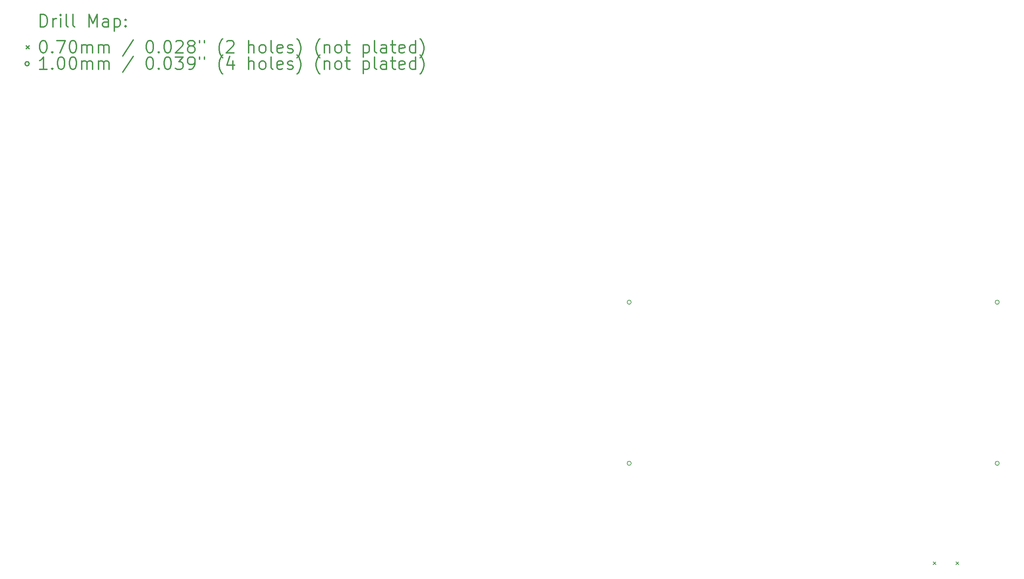
<source format=gbr>
%FSLAX45Y45*%
G04 Gerber Fmt 4.5, Leading zero omitted, Abs format (unit mm)*
G04 Created by KiCad (PCBNEW 4.0.6) date 12/21/17 12:56:19*
%MOMM*%
%LPD*%
G01*
G04 APERTURE LIST*
%ADD10C,0.127000*%
%ADD11C,0.200000*%
%ADD12C,0.300000*%
G04 APERTURE END LIST*
D10*
D11*
X21823560Y-13398020D02*
X21893560Y-13468020D01*
X21893560Y-13398020D02*
X21823560Y-13468020D01*
X22373560Y-13398020D02*
X22443560Y-13468020D01*
X22443560Y-13398020D02*
X22373560Y-13468020D01*
X14536500Y-7120800D02*
G75*
G03X14536500Y-7120800I-50000J0D01*
G01*
X14536500Y-11014800D02*
G75*
G03X14536500Y-11014800I-50000J0D01*
G01*
X23422200Y-7120800D02*
G75*
G03X23422200Y-7120800I-50000J0D01*
G01*
X23422200Y-11014800D02*
G75*
G03X23422200Y-11014800I-50000J0D01*
G01*
D12*
X271429Y-465714D02*
X271429Y-165714D01*
X342857Y-165714D01*
X385714Y-180000D01*
X414286Y-208571D01*
X428571Y-237143D01*
X442857Y-294286D01*
X442857Y-337143D01*
X428571Y-394286D01*
X414286Y-422857D01*
X385714Y-451429D01*
X342857Y-465714D01*
X271429Y-465714D01*
X571429Y-465714D02*
X571429Y-265714D01*
X571429Y-322857D02*
X585714Y-294286D01*
X600000Y-280000D01*
X628571Y-265714D01*
X657143Y-265714D01*
X757143Y-465714D02*
X757143Y-265714D01*
X757143Y-165714D02*
X742857Y-180000D01*
X757143Y-194286D01*
X771429Y-180000D01*
X757143Y-165714D01*
X757143Y-194286D01*
X942857Y-465714D02*
X914286Y-451429D01*
X900000Y-422857D01*
X900000Y-165714D01*
X1100000Y-465714D02*
X1071429Y-451429D01*
X1057143Y-422857D01*
X1057143Y-165714D01*
X1442857Y-465714D02*
X1442857Y-165714D01*
X1542857Y-380000D01*
X1642857Y-165714D01*
X1642857Y-465714D01*
X1914286Y-465714D02*
X1914286Y-308571D01*
X1900000Y-280000D01*
X1871429Y-265714D01*
X1814286Y-265714D01*
X1785714Y-280000D01*
X1914286Y-451429D02*
X1885714Y-465714D01*
X1814286Y-465714D01*
X1785714Y-451429D01*
X1771429Y-422857D01*
X1771429Y-394286D01*
X1785714Y-365714D01*
X1814286Y-351429D01*
X1885714Y-351429D01*
X1914286Y-337143D01*
X2057143Y-265714D02*
X2057143Y-565714D01*
X2057143Y-280000D02*
X2085714Y-265714D01*
X2142857Y-265714D01*
X2171429Y-280000D01*
X2185714Y-294286D01*
X2200000Y-322857D01*
X2200000Y-408571D01*
X2185714Y-437143D01*
X2171429Y-451429D01*
X2142857Y-465714D01*
X2085714Y-465714D01*
X2057143Y-451429D01*
X2328572Y-437143D02*
X2342857Y-451429D01*
X2328572Y-465714D01*
X2314286Y-451429D01*
X2328572Y-437143D01*
X2328572Y-465714D01*
X2328572Y-280000D02*
X2342857Y-294286D01*
X2328572Y-308571D01*
X2314286Y-294286D01*
X2328572Y-280000D01*
X2328572Y-308571D01*
X-70000Y-925000D02*
X0Y-995000D01*
X0Y-925000D02*
X-70000Y-995000D01*
X328571Y-795714D02*
X357143Y-795714D01*
X385714Y-810000D01*
X400000Y-824286D01*
X414286Y-852857D01*
X428571Y-910000D01*
X428571Y-981429D01*
X414286Y-1038571D01*
X400000Y-1067143D01*
X385714Y-1081429D01*
X357143Y-1095714D01*
X328571Y-1095714D01*
X300000Y-1081429D01*
X285714Y-1067143D01*
X271429Y-1038571D01*
X257143Y-981429D01*
X257143Y-910000D01*
X271429Y-852857D01*
X285714Y-824286D01*
X300000Y-810000D01*
X328571Y-795714D01*
X557143Y-1067143D02*
X571429Y-1081429D01*
X557143Y-1095714D01*
X542857Y-1081429D01*
X557143Y-1067143D01*
X557143Y-1095714D01*
X671429Y-795714D02*
X871428Y-795714D01*
X742857Y-1095714D01*
X1042857Y-795714D02*
X1071429Y-795714D01*
X1100000Y-810000D01*
X1114286Y-824286D01*
X1128571Y-852857D01*
X1142857Y-910000D01*
X1142857Y-981429D01*
X1128571Y-1038571D01*
X1114286Y-1067143D01*
X1100000Y-1081429D01*
X1071429Y-1095714D01*
X1042857Y-1095714D01*
X1014286Y-1081429D01*
X1000000Y-1067143D01*
X985714Y-1038571D01*
X971429Y-981429D01*
X971429Y-910000D01*
X985714Y-852857D01*
X1000000Y-824286D01*
X1014286Y-810000D01*
X1042857Y-795714D01*
X1271429Y-1095714D02*
X1271429Y-895714D01*
X1271429Y-924286D02*
X1285714Y-910000D01*
X1314286Y-895714D01*
X1357143Y-895714D01*
X1385714Y-910000D01*
X1400000Y-938571D01*
X1400000Y-1095714D01*
X1400000Y-938571D02*
X1414286Y-910000D01*
X1442857Y-895714D01*
X1485714Y-895714D01*
X1514286Y-910000D01*
X1528571Y-938571D01*
X1528571Y-1095714D01*
X1671429Y-1095714D02*
X1671429Y-895714D01*
X1671429Y-924286D02*
X1685714Y-910000D01*
X1714286Y-895714D01*
X1757143Y-895714D01*
X1785714Y-910000D01*
X1800000Y-938571D01*
X1800000Y-1095714D01*
X1800000Y-938571D02*
X1814286Y-910000D01*
X1842857Y-895714D01*
X1885714Y-895714D01*
X1914286Y-910000D01*
X1928571Y-938571D01*
X1928571Y-1095714D01*
X2514286Y-781429D02*
X2257143Y-1167143D01*
X2900000Y-795714D02*
X2928571Y-795714D01*
X2957143Y-810000D01*
X2971428Y-824286D01*
X2985714Y-852857D01*
X3000000Y-910000D01*
X3000000Y-981429D01*
X2985714Y-1038571D01*
X2971428Y-1067143D01*
X2957143Y-1081429D01*
X2928571Y-1095714D01*
X2900000Y-1095714D01*
X2871428Y-1081429D01*
X2857143Y-1067143D01*
X2842857Y-1038571D01*
X2828571Y-981429D01*
X2828571Y-910000D01*
X2842857Y-852857D01*
X2857143Y-824286D01*
X2871428Y-810000D01*
X2900000Y-795714D01*
X3128571Y-1067143D02*
X3142857Y-1081429D01*
X3128571Y-1095714D01*
X3114286Y-1081429D01*
X3128571Y-1067143D01*
X3128571Y-1095714D01*
X3328571Y-795714D02*
X3357143Y-795714D01*
X3385714Y-810000D01*
X3400000Y-824286D01*
X3414286Y-852857D01*
X3428571Y-910000D01*
X3428571Y-981429D01*
X3414286Y-1038571D01*
X3400000Y-1067143D01*
X3385714Y-1081429D01*
X3357143Y-1095714D01*
X3328571Y-1095714D01*
X3300000Y-1081429D01*
X3285714Y-1067143D01*
X3271428Y-1038571D01*
X3257143Y-981429D01*
X3257143Y-910000D01*
X3271428Y-852857D01*
X3285714Y-824286D01*
X3300000Y-810000D01*
X3328571Y-795714D01*
X3542857Y-824286D02*
X3557143Y-810000D01*
X3585714Y-795714D01*
X3657143Y-795714D01*
X3685714Y-810000D01*
X3700000Y-824286D01*
X3714286Y-852857D01*
X3714286Y-881429D01*
X3700000Y-924286D01*
X3528571Y-1095714D01*
X3714286Y-1095714D01*
X3885714Y-924286D02*
X3857143Y-910000D01*
X3842857Y-895714D01*
X3828571Y-867143D01*
X3828571Y-852857D01*
X3842857Y-824286D01*
X3857143Y-810000D01*
X3885714Y-795714D01*
X3942857Y-795714D01*
X3971428Y-810000D01*
X3985714Y-824286D01*
X4000000Y-852857D01*
X4000000Y-867143D01*
X3985714Y-895714D01*
X3971428Y-910000D01*
X3942857Y-924286D01*
X3885714Y-924286D01*
X3857143Y-938571D01*
X3842857Y-952857D01*
X3828571Y-981429D01*
X3828571Y-1038571D01*
X3842857Y-1067143D01*
X3857143Y-1081429D01*
X3885714Y-1095714D01*
X3942857Y-1095714D01*
X3971428Y-1081429D01*
X3985714Y-1067143D01*
X4000000Y-1038571D01*
X4000000Y-981429D01*
X3985714Y-952857D01*
X3971428Y-938571D01*
X3942857Y-924286D01*
X4114286Y-795714D02*
X4114286Y-852857D01*
X4228571Y-795714D02*
X4228571Y-852857D01*
X4671429Y-1210000D02*
X4657143Y-1195714D01*
X4628571Y-1152857D01*
X4614286Y-1124286D01*
X4600000Y-1081429D01*
X4585714Y-1010000D01*
X4585714Y-952857D01*
X4600000Y-881429D01*
X4614286Y-838571D01*
X4628571Y-810000D01*
X4657143Y-767143D01*
X4671429Y-752857D01*
X4771429Y-824286D02*
X4785714Y-810000D01*
X4814286Y-795714D01*
X4885714Y-795714D01*
X4914286Y-810000D01*
X4928571Y-824286D01*
X4942857Y-852857D01*
X4942857Y-881429D01*
X4928571Y-924286D01*
X4757143Y-1095714D01*
X4942857Y-1095714D01*
X5300000Y-1095714D02*
X5300000Y-795714D01*
X5428571Y-1095714D02*
X5428571Y-938571D01*
X5414286Y-910000D01*
X5385714Y-895714D01*
X5342857Y-895714D01*
X5314286Y-910000D01*
X5300000Y-924286D01*
X5614286Y-1095714D02*
X5585714Y-1081429D01*
X5571429Y-1067143D01*
X5557143Y-1038571D01*
X5557143Y-952857D01*
X5571429Y-924286D01*
X5585714Y-910000D01*
X5614286Y-895714D01*
X5657143Y-895714D01*
X5685714Y-910000D01*
X5700000Y-924286D01*
X5714286Y-952857D01*
X5714286Y-1038571D01*
X5700000Y-1067143D01*
X5685714Y-1081429D01*
X5657143Y-1095714D01*
X5614286Y-1095714D01*
X5885714Y-1095714D02*
X5857143Y-1081429D01*
X5842857Y-1052857D01*
X5842857Y-795714D01*
X6114286Y-1081429D02*
X6085714Y-1095714D01*
X6028571Y-1095714D01*
X6000000Y-1081429D01*
X5985714Y-1052857D01*
X5985714Y-938571D01*
X6000000Y-910000D01*
X6028571Y-895714D01*
X6085714Y-895714D01*
X6114286Y-910000D01*
X6128571Y-938571D01*
X6128571Y-967143D01*
X5985714Y-995714D01*
X6242857Y-1081429D02*
X6271429Y-1095714D01*
X6328571Y-1095714D01*
X6357143Y-1081429D01*
X6371429Y-1052857D01*
X6371429Y-1038571D01*
X6357143Y-1010000D01*
X6328571Y-995714D01*
X6285714Y-995714D01*
X6257143Y-981429D01*
X6242857Y-952857D01*
X6242857Y-938571D01*
X6257143Y-910000D01*
X6285714Y-895714D01*
X6328571Y-895714D01*
X6357143Y-910000D01*
X6471428Y-1210000D02*
X6485714Y-1195714D01*
X6514286Y-1152857D01*
X6528571Y-1124286D01*
X6542857Y-1081429D01*
X6557143Y-1010000D01*
X6557143Y-952857D01*
X6542857Y-881429D01*
X6528571Y-838571D01*
X6514286Y-810000D01*
X6485714Y-767143D01*
X6471428Y-752857D01*
X7014286Y-1210000D02*
X7000000Y-1195714D01*
X6971428Y-1152857D01*
X6957143Y-1124286D01*
X6942857Y-1081429D01*
X6928571Y-1010000D01*
X6928571Y-952857D01*
X6942857Y-881429D01*
X6957143Y-838571D01*
X6971428Y-810000D01*
X7000000Y-767143D01*
X7014286Y-752857D01*
X7128571Y-895714D02*
X7128571Y-1095714D01*
X7128571Y-924286D02*
X7142857Y-910000D01*
X7171428Y-895714D01*
X7214286Y-895714D01*
X7242857Y-910000D01*
X7257143Y-938571D01*
X7257143Y-1095714D01*
X7442857Y-1095714D02*
X7414286Y-1081429D01*
X7400000Y-1067143D01*
X7385714Y-1038571D01*
X7385714Y-952857D01*
X7400000Y-924286D01*
X7414286Y-910000D01*
X7442857Y-895714D01*
X7485714Y-895714D01*
X7514286Y-910000D01*
X7528571Y-924286D01*
X7542857Y-952857D01*
X7542857Y-1038571D01*
X7528571Y-1067143D01*
X7514286Y-1081429D01*
X7485714Y-1095714D01*
X7442857Y-1095714D01*
X7628571Y-895714D02*
X7742857Y-895714D01*
X7671429Y-795714D02*
X7671429Y-1052857D01*
X7685714Y-1081429D01*
X7714286Y-1095714D01*
X7742857Y-1095714D01*
X8071429Y-895714D02*
X8071429Y-1195714D01*
X8071429Y-910000D02*
X8100000Y-895714D01*
X8157143Y-895714D01*
X8185714Y-910000D01*
X8200000Y-924286D01*
X8214286Y-952857D01*
X8214286Y-1038571D01*
X8200000Y-1067143D01*
X8185714Y-1081429D01*
X8157143Y-1095714D01*
X8100000Y-1095714D01*
X8071429Y-1081429D01*
X8385714Y-1095714D02*
X8357143Y-1081429D01*
X8342857Y-1052857D01*
X8342857Y-795714D01*
X8628572Y-1095714D02*
X8628572Y-938571D01*
X8614286Y-910000D01*
X8585714Y-895714D01*
X8528572Y-895714D01*
X8500000Y-910000D01*
X8628572Y-1081429D02*
X8600000Y-1095714D01*
X8528572Y-1095714D01*
X8500000Y-1081429D01*
X8485714Y-1052857D01*
X8485714Y-1024286D01*
X8500000Y-995714D01*
X8528572Y-981429D01*
X8600000Y-981429D01*
X8628572Y-967143D01*
X8728572Y-895714D02*
X8842857Y-895714D01*
X8771429Y-795714D02*
X8771429Y-1052857D01*
X8785714Y-1081429D01*
X8814286Y-1095714D01*
X8842857Y-1095714D01*
X9057143Y-1081429D02*
X9028572Y-1095714D01*
X8971429Y-1095714D01*
X8942857Y-1081429D01*
X8928572Y-1052857D01*
X8928572Y-938571D01*
X8942857Y-910000D01*
X8971429Y-895714D01*
X9028572Y-895714D01*
X9057143Y-910000D01*
X9071429Y-938571D01*
X9071429Y-967143D01*
X8928572Y-995714D01*
X9328572Y-1095714D02*
X9328572Y-795714D01*
X9328572Y-1081429D02*
X9300000Y-1095714D01*
X9242857Y-1095714D01*
X9214286Y-1081429D01*
X9200000Y-1067143D01*
X9185715Y-1038571D01*
X9185715Y-952857D01*
X9200000Y-924286D01*
X9214286Y-910000D01*
X9242857Y-895714D01*
X9300000Y-895714D01*
X9328572Y-910000D01*
X9442857Y-1210000D02*
X9457143Y-1195714D01*
X9485715Y-1152857D01*
X9500000Y-1124286D01*
X9514286Y-1081429D01*
X9528572Y-1010000D01*
X9528572Y-952857D01*
X9514286Y-881429D01*
X9500000Y-838571D01*
X9485715Y-810000D01*
X9457143Y-767143D01*
X9442857Y-752857D01*
X0Y-1356000D02*
G75*
G03X0Y-1356000I-50000J0D01*
G01*
X428571Y-1491714D02*
X257143Y-1491714D01*
X342857Y-1491714D02*
X342857Y-1191714D01*
X314286Y-1234571D01*
X285714Y-1263143D01*
X257143Y-1277429D01*
X557143Y-1463143D02*
X571429Y-1477429D01*
X557143Y-1491714D01*
X542857Y-1477429D01*
X557143Y-1463143D01*
X557143Y-1491714D01*
X757143Y-1191714D02*
X785714Y-1191714D01*
X814286Y-1206000D01*
X828571Y-1220286D01*
X842857Y-1248857D01*
X857143Y-1306000D01*
X857143Y-1377429D01*
X842857Y-1434571D01*
X828571Y-1463143D01*
X814286Y-1477429D01*
X785714Y-1491714D01*
X757143Y-1491714D01*
X728571Y-1477429D01*
X714286Y-1463143D01*
X700000Y-1434571D01*
X685714Y-1377429D01*
X685714Y-1306000D01*
X700000Y-1248857D01*
X714286Y-1220286D01*
X728571Y-1206000D01*
X757143Y-1191714D01*
X1042857Y-1191714D02*
X1071429Y-1191714D01*
X1100000Y-1206000D01*
X1114286Y-1220286D01*
X1128571Y-1248857D01*
X1142857Y-1306000D01*
X1142857Y-1377429D01*
X1128571Y-1434571D01*
X1114286Y-1463143D01*
X1100000Y-1477429D01*
X1071429Y-1491714D01*
X1042857Y-1491714D01*
X1014286Y-1477429D01*
X1000000Y-1463143D01*
X985714Y-1434571D01*
X971429Y-1377429D01*
X971429Y-1306000D01*
X985714Y-1248857D01*
X1000000Y-1220286D01*
X1014286Y-1206000D01*
X1042857Y-1191714D01*
X1271429Y-1491714D02*
X1271429Y-1291714D01*
X1271429Y-1320286D02*
X1285714Y-1306000D01*
X1314286Y-1291714D01*
X1357143Y-1291714D01*
X1385714Y-1306000D01*
X1400000Y-1334571D01*
X1400000Y-1491714D01*
X1400000Y-1334571D02*
X1414286Y-1306000D01*
X1442857Y-1291714D01*
X1485714Y-1291714D01*
X1514286Y-1306000D01*
X1528571Y-1334571D01*
X1528571Y-1491714D01*
X1671429Y-1491714D02*
X1671429Y-1291714D01*
X1671429Y-1320286D02*
X1685714Y-1306000D01*
X1714286Y-1291714D01*
X1757143Y-1291714D01*
X1785714Y-1306000D01*
X1800000Y-1334571D01*
X1800000Y-1491714D01*
X1800000Y-1334571D02*
X1814286Y-1306000D01*
X1842857Y-1291714D01*
X1885714Y-1291714D01*
X1914286Y-1306000D01*
X1928571Y-1334571D01*
X1928571Y-1491714D01*
X2514286Y-1177429D02*
X2257143Y-1563143D01*
X2900000Y-1191714D02*
X2928571Y-1191714D01*
X2957143Y-1206000D01*
X2971428Y-1220286D01*
X2985714Y-1248857D01*
X3000000Y-1306000D01*
X3000000Y-1377429D01*
X2985714Y-1434571D01*
X2971428Y-1463143D01*
X2957143Y-1477429D01*
X2928571Y-1491714D01*
X2900000Y-1491714D01*
X2871428Y-1477429D01*
X2857143Y-1463143D01*
X2842857Y-1434571D01*
X2828571Y-1377429D01*
X2828571Y-1306000D01*
X2842857Y-1248857D01*
X2857143Y-1220286D01*
X2871428Y-1206000D01*
X2900000Y-1191714D01*
X3128571Y-1463143D02*
X3142857Y-1477429D01*
X3128571Y-1491714D01*
X3114286Y-1477429D01*
X3128571Y-1463143D01*
X3128571Y-1491714D01*
X3328571Y-1191714D02*
X3357143Y-1191714D01*
X3385714Y-1206000D01*
X3400000Y-1220286D01*
X3414286Y-1248857D01*
X3428571Y-1306000D01*
X3428571Y-1377429D01*
X3414286Y-1434571D01*
X3400000Y-1463143D01*
X3385714Y-1477429D01*
X3357143Y-1491714D01*
X3328571Y-1491714D01*
X3300000Y-1477429D01*
X3285714Y-1463143D01*
X3271428Y-1434571D01*
X3257143Y-1377429D01*
X3257143Y-1306000D01*
X3271428Y-1248857D01*
X3285714Y-1220286D01*
X3300000Y-1206000D01*
X3328571Y-1191714D01*
X3528571Y-1191714D02*
X3714286Y-1191714D01*
X3614286Y-1306000D01*
X3657143Y-1306000D01*
X3685714Y-1320286D01*
X3700000Y-1334571D01*
X3714286Y-1363143D01*
X3714286Y-1434571D01*
X3700000Y-1463143D01*
X3685714Y-1477429D01*
X3657143Y-1491714D01*
X3571428Y-1491714D01*
X3542857Y-1477429D01*
X3528571Y-1463143D01*
X3857143Y-1491714D02*
X3914286Y-1491714D01*
X3942857Y-1477429D01*
X3957143Y-1463143D01*
X3985714Y-1420286D01*
X4000000Y-1363143D01*
X4000000Y-1248857D01*
X3985714Y-1220286D01*
X3971428Y-1206000D01*
X3942857Y-1191714D01*
X3885714Y-1191714D01*
X3857143Y-1206000D01*
X3842857Y-1220286D01*
X3828571Y-1248857D01*
X3828571Y-1320286D01*
X3842857Y-1348857D01*
X3857143Y-1363143D01*
X3885714Y-1377429D01*
X3942857Y-1377429D01*
X3971428Y-1363143D01*
X3985714Y-1348857D01*
X4000000Y-1320286D01*
X4114286Y-1191714D02*
X4114286Y-1248857D01*
X4228571Y-1191714D02*
X4228571Y-1248857D01*
X4671429Y-1606000D02*
X4657143Y-1591714D01*
X4628571Y-1548857D01*
X4614286Y-1520286D01*
X4600000Y-1477429D01*
X4585714Y-1406000D01*
X4585714Y-1348857D01*
X4600000Y-1277429D01*
X4614286Y-1234571D01*
X4628571Y-1206000D01*
X4657143Y-1163143D01*
X4671429Y-1148857D01*
X4914286Y-1291714D02*
X4914286Y-1491714D01*
X4842857Y-1177429D02*
X4771429Y-1391714D01*
X4957143Y-1391714D01*
X5300000Y-1491714D02*
X5300000Y-1191714D01*
X5428571Y-1491714D02*
X5428571Y-1334571D01*
X5414286Y-1306000D01*
X5385714Y-1291714D01*
X5342857Y-1291714D01*
X5314286Y-1306000D01*
X5300000Y-1320286D01*
X5614286Y-1491714D02*
X5585714Y-1477429D01*
X5571429Y-1463143D01*
X5557143Y-1434571D01*
X5557143Y-1348857D01*
X5571429Y-1320286D01*
X5585714Y-1306000D01*
X5614286Y-1291714D01*
X5657143Y-1291714D01*
X5685714Y-1306000D01*
X5700000Y-1320286D01*
X5714286Y-1348857D01*
X5714286Y-1434571D01*
X5700000Y-1463143D01*
X5685714Y-1477429D01*
X5657143Y-1491714D01*
X5614286Y-1491714D01*
X5885714Y-1491714D02*
X5857143Y-1477429D01*
X5842857Y-1448857D01*
X5842857Y-1191714D01*
X6114286Y-1477429D02*
X6085714Y-1491714D01*
X6028571Y-1491714D01*
X6000000Y-1477429D01*
X5985714Y-1448857D01*
X5985714Y-1334571D01*
X6000000Y-1306000D01*
X6028571Y-1291714D01*
X6085714Y-1291714D01*
X6114286Y-1306000D01*
X6128571Y-1334571D01*
X6128571Y-1363143D01*
X5985714Y-1391714D01*
X6242857Y-1477429D02*
X6271429Y-1491714D01*
X6328571Y-1491714D01*
X6357143Y-1477429D01*
X6371429Y-1448857D01*
X6371429Y-1434571D01*
X6357143Y-1406000D01*
X6328571Y-1391714D01*
X6285714Y-1391714D01*
X6257143Y-1377429D01*
X6242857Y-1348857D01*
X6242857Y-1334571D01*
X6257143Y-1306000D01*
X6285714Y-1291714D01*
X6328571Y-1291714D01*
X6357143Y-1306000D01*
X6471428Y-1606000D02*
X6485714Y-1591714D01*
X6514286Y-1548857D01*
X6528571Y-1520286D01*
X6542857Y-1477429D01*
X6557143Y-1406000D01*
X6557143Y-1348857D01*
X6542857Y-1277429D01*
X6528571Y-1234571D01*
X6514286Y-1206000D01*
X6485714Y-1163143D01*
X6471428Y-1148857D01*
X7014286Y-1606000D02*
X7000000Y-1591714D01*
X6971428Y-1548857D01*
X6957143Y-1520286D01*
X6942857Y-1477429D01*
X6928571Y-1406000D01*
X6928571Y-1348857D01*
X6942857Y-1277429D01*
X6957143Y-1234571D01*
X6971428Y-1206000D01*
X7000000Y-1163143D01*
X7014286Y-1148857D01*
X7128571Y-1291714D02*
X7128571Y-1491714D01*
X7128571Y-1320286D02*
X7142857Y-1306000D01*
X7171428Y-1291714D01*
X7214286Y-1291714D01*
X7242857Y-1306000D01*
X7257143Y-1334571D01*
X7257143Y-1491714D01*
X7442857Y-1491714D02*
X7414286Y-1477429D01*
X7400000Y-1463143D01*
X7385714Y-1434571D01*
X7385714Y-1348857D01*
X7400000Y-1320286D01*
X7414286Y-1306000D01*
X7442857Y-1291714D01*
X7485714Y-1291714D01*
X7514286Y-1306000D01*
X7528571Y-1320286D01*
X7542857Y-1348857D01*
X7542857Y-1434571D01*
X7528571Y-1463143D01*
X7514286Y-1477429D01*
X7485714Y-1491714D01*
X7442857Y-1491714D01*
X7628571Y-1291714D02*
X7742857Y-1291714D01*
X7671429Y-1191714D02*
X7671429Y-1448857D01*
X7685714Y-1477429D01*
X7714286Y-1491714D01*
X7742857Y-1491714D01*
X8071429Y-1291714D02*
X8071429Y-1591714D01*
X8071429Y-1306000D02*
X8100000Y-1291714D01*
X8157143Y-1291714D01*
X8185714Y-1306000D01*
X8200000Y-1320286D01*
X8214286Y-1348857D01*
X8214286Y-1434571D01*
X8200000Y-1463143D01*
X8185714Y-1477429D01*
X8157143Y-1491714D01*
X8100000Y-1491714D01*
X8071429Y-1477429D01*
X8385714Y-1491714D02*
X8357143Y-1477429D01*
X8342857Y-1448857D01*
X8342857Y-1191714D01*
X8628572Y-1491714D02*
X8628572Y-1334571D01*
X8614286Y-1306000D01*
X8585714Y-1291714D01*
X8528572Y-1291714D01*
X8500000Y-1306000D01*
X8628572Y-1477429D02*
X8600000Y-1491714D01*
X8528572Y-1491714D01*
X8500000Y-1477429D01*
X8485714Y-1448857D01*
X8485714Y-1420286D01*
X8500000Y-1391714D01*
X8528572Y-1377429D01*
X8600000Y-1377429D01*
X8628572Y-1363143D01*
X8728572Y-1291714D02*
X8842857Y-1291714D01*
X8771429Y-1191714D02*
X8771429Y-1448857D01*
X8785714Y-1477429D01*
X8814286Y-1491714D01*
X8842857Y-1491714D01*
X9057143Y-1477429D02*
X9028572Y-1491714D01*
X8971429Y-1491714D01*
X8942857Y-1477429D01*
X8928572Y-1448857D01*
X8928572Y-1334571D01*
X8942857Y-1306000D01*
X8971429Y-1291714D01*
X9028572Y-1291714D01*
X9057143Y-1306000D01*
X9071429Y-1334571D01*
X9071429Y-1363143D01*
X8928572Y-1391714D01*
X9328572Y-1491714D02*
X9328572Y-1191714D01*
X9328572Y-1477429D02*
X9300000Y-1491714D01*
X9242857Y-1491714D01*
X9214286Y-1477429D01*
X9200000Y-1463143D01*
X9185715Y-1434571D01*
X9185715Y-1348857D01*
X9200000Y-1320286D01*
X9214286Y-1306000D01*
X9242857Y-1291714D01*
X9300000Y-1291714D01*
X9328572Y-1306000D01*
X9442857Y-1606000D02*
X9457143Y-1591714D01*
X9485715Y-1548857D01*
X9500000Y-1520286D01*
X9514286Y-1477429D01*
X9528572Y-1406000D01*
X9528572Y-1348857D01*
X9514286Y-1277429D01*
X9500000Y-1234571D01*
X9485715Y-1206000D01*
X9457143Y-1163143D01*
X9442857Y-1148857D01*
M02*

</source>
